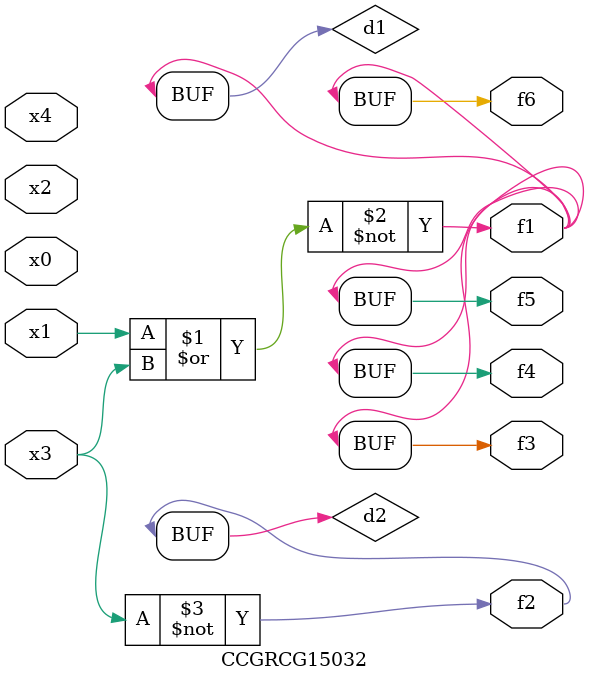
<source format=v>
module CCGRCG15032(
	input x0, x1, x2, x3, x4,
	output f1, f2, f3, f4, f5, f6
);

	wire d1, d2;

	nor (d1, x1, x3);
	not (d2, x3);
	assign f1 = d1;
	assign f2 = d2;
	assign f3 = d1;
	assign f4 = d1;
	assign f5 = d1;
	assign f6 = d1;
endmodule

</source>
